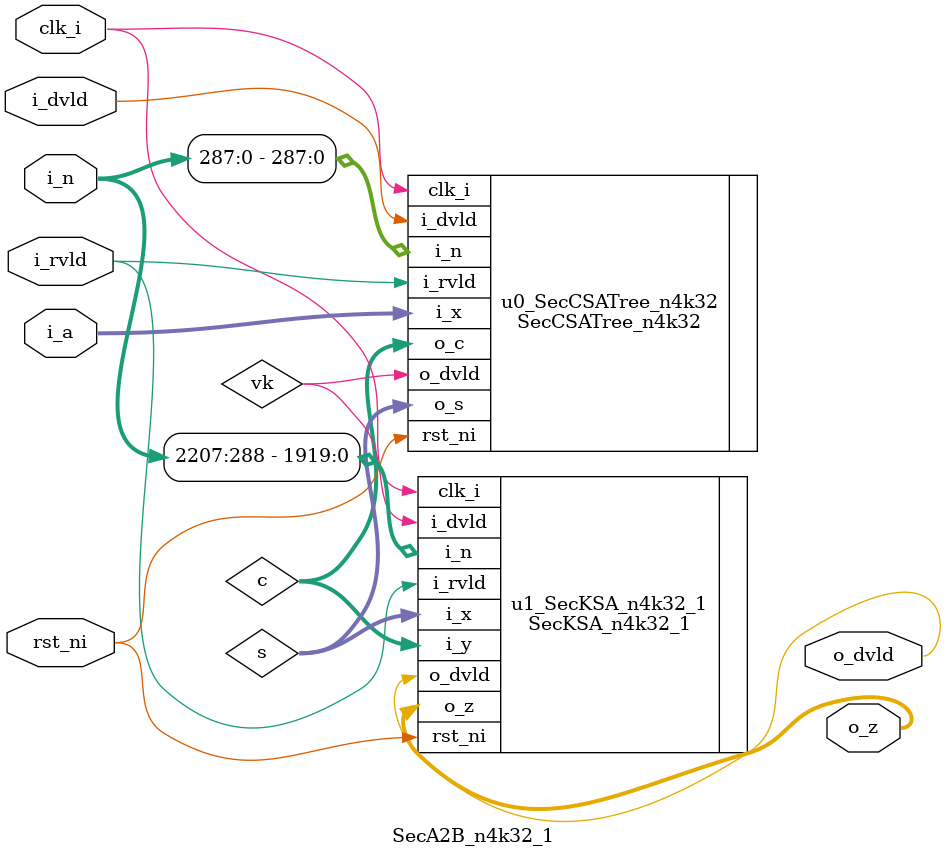
<source format=v>

`timescale 1ns/1ps
module SecA2B_n4k32_1(
    input  wire          clk_i,
    input  wire          rst_ni,
    input  wire          i_dvld,
    input  wire          i_rvld,
    input  wire [2207:0] i_n,
    input  wire  [127:0] i_a,
    output wire  [127:0] o_z,
    output wire          o_dvld);

wire    [127:0] s;
wire    [127:0] c;
wire            vk;

// ------------------------------------------------------------------------------
// Do SecCSAtree instance
// ------------------------------------------------------------------------------
SecCSATree_n4k32
  u0_SecCSATree_n4k32
   (.clk_i  (clk_i),
    .rst_ni (rst_ni),
    .i_dvld (i_dvld),
    .i_rvld (i_rvld),
    .i_n    (i_n[0+:288]),
    .i_x    (i_a),
    .o_s    (s),
    .o_c    (c),
    .o_dvld (vk));



// ------------------------------------------------------------------------------
// Do SecKSA instance
// ------------------------------------------------------------------------------
SecKSA_n4k32_1
  u1_SecKSA_n4k32_1
   (.clk_i  (clk_i),
    .rst_ni (rst_ni),
    .i_dvld (vk),
    .i_rvld (i_rvld),
    .i_n    (i_n[288+:1920]),
    .i_x    (s),
    .i_y    (c),
    .o_z    (o_z),
    .o_dvld (o_dvld));


endmodule

</source>
